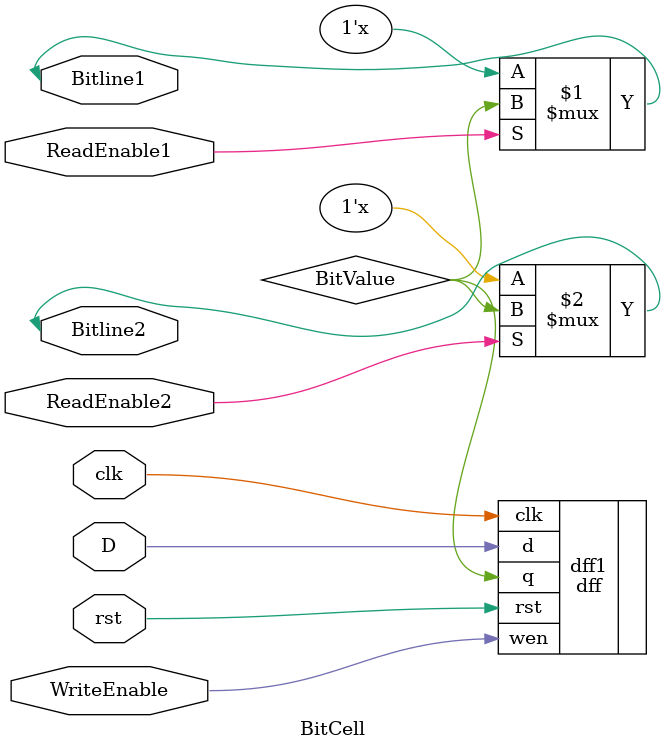
<source format=v>
module BitCell(Bitline1, Bitline2, clk, rst, D, WriteEnable, ReadEnable1, ReadEnable2);
  input clk;
  input rst;
  input D;
  input WriteEnable;
  input ReadEnable1;
  input ReadEnable2;

  inout Bitline1;
  inout Bitline2;

  wire BitValue;

  dff dff1(.q(BitValue), .d(D), .wen(WriteEnable), .clk(clk), .rst(rst));

  assign Bitline1 = (ReadEnable1) ? BitValue : 1'bZ;
  assign Bitline2 = (ReadEnable2) ? BitValue : 1'bZ;

endmodule


</source>
